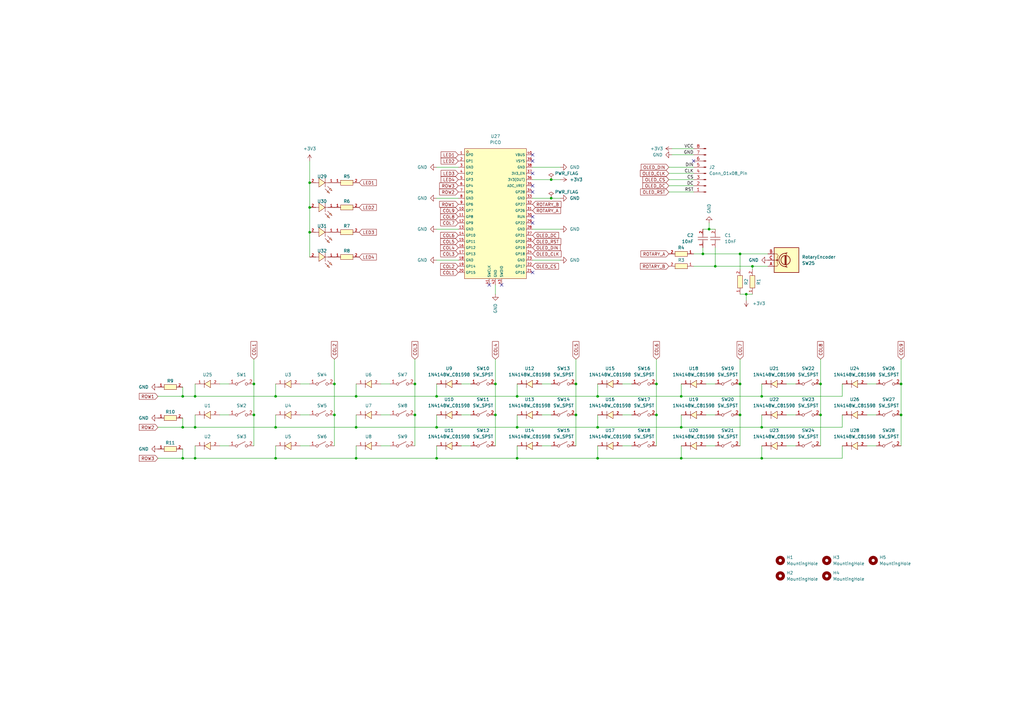
<source format=kicad_sch>
(kicad_sch (version 20230121) (generator eeschema)
  (paper "A3")
  (lib_symbols
    (symbol "Connector:Conn_01x08_Pin" (pin_names (offset 1.016) hide)
      (property "Reference" "J" (at 0 10.16 0))
      (property "Value" "Conn_01x08_Pin" (at 0 -12.7 0))
      (symbol "Conn_01x08_Pin_1_1"
        (pin passive line (at 5.08 7.62 180) (length 3.81) (name "Pin_1") (number "1"))
        (pin passive line (at 5.08 5.08 180) (length 3.81) (name "Pin_2") (number "2"))
        (pin passive line (at 5.08 2.54 180) (length 3.81) (name "Pin_3") (number "3"))
        (pin passive line (at 5.08 0 180) (length 3.81) (name "Pin_4") (number "4"))
        (pin passive line (at 5.08 -2.54 180) (length 3.81) (name "Pin_5") (number "5"))
        (pin passive line (at 5.08 -5.08 180) (length 3.81) (name "Pin_6") (number "6"))
        (pin passive line (at 5.08 -7.62 180) (length 3.81) (name "Pin_7") (number "7"))
        (pin passive line (at 5.08 -10.16 180) (length 3.81) (name "Pin_8") (number "8"))
      )
    )
    (symbol "Device:RotaryEncoder" (pin_names (offset 0.254) hide)
      (property "Reference" "SW" (at 0 6.604 0))
      (property "Value" "RotaryEncoder" (at 0 -6.604 0))
      (symbol "RotaryEncoder_1_1"
        (pin passive line (at -7.62 2.54 0) (length 2.54) (name "A") (number "A"))
        (pin passive line (at -7.62 -2.54 0) (length 2.54) (name "B") (number "B"))
        (pin passive line (at -7.62 0 0) (length 2.54) (name "C") (number "C"))
      )
    )
    (symbol "Mechanical:MountingHole" (pin_names (offset 1.016))
      (property "Reference" "H" (at 0 5.08 0))
      (property "Value" "MountingHole" (at 0 3.175 0))
    )
    (symbol "Switch:SW_SPST" (pin_names (offset 0) hide)
      (property "Reference" "SW" (at 0 3.175 0))
      (property "Value" "SW_SPST" (at 0 -2.54 0))
      (symbol "SW_SPST_1_1"
        (pin passive line (at -5.08 0 0) (length 2.54) (name "A") (number "1"))
        (pin passive line (at 5.08 0 180) (length 2.54) (name "B") (number "2"))
      )
    )
    (symbol "power:+3V3" (power) (pin_names (offset 0))
      (property "Value" "+3V3" (at 0 3.556 0))
      (symbol "+3V3_1_1"
        (pin power_in line (at 0 0 90) (length 0) hide (name "+3V3") (number "1"))
      )
    )
    (symbol "power:GND" (power) (pin_names (offset 0))
      (property "Value" "GND" (at 0 -3.81 0))
      (symbol "GND_1_1"
        (pin power_in line (at 0 0 270) (length 0) hide (name "GND") (number "1"))
      )
    )
    (symbol "power:PWR_FLAG" (power) (pin_numbers hide) (pin_names (offset 0) hide)
      (property "Value" "PWR_FLAG" (at 0 3.81 0))
      (symbol "PWR_FLAG_0_0"
        (pin power_out line (at 0 0 90) (length 0) (name "pwr") (number "1"))
      )
    )
    (symbol "vm-1:0402WGF1000TCE" (pin_names hide)
      (property "Reference" "R" (at 0 1.27 0))
      (property "Value" "0402WGF1000TCE" (at 0 -2.54 0))
      (symbol "0402WGF1000TCE_0_1"
        (pin input line (at -5.08 0 0) (length 2.54) (name "1") (number "1"))
        (pin input line (at 5.08 0 180) (length 2.54) (name "2") (number "2"))
      )
    )
    (symbol "vm-1:0402WGF1002TCE" (pin_names hide)
      (property "Reference" "R" (at 0 1.27 0))
      (property "Value" "0402WGF1002TCE" (at 0 -2.54 0))
      (symbol "0402WGF1002TCE_1_1"
        (pin passive line (at -5.08 0 0) (length 2.54) (name "1") (number "1"))
        (pin passive line (at 5.08 0 180) (length 2.54) (name "2") (number "2"))
      )
    )
    (symbol "vm-1:1N4148W_C81598" (pin_names hide)
      (property "Reference" "U" (at 0 1.27 0))
      (property "Value" "1N4148W_C81598" (at 0 -2.54 0))
      (symbol "1N4148W_C81598_1_1"
        (pin passive line (at -5.08 0 0) (length 3.81) (name "K") (number "1"))
        (pin passive line (at 5.08 0 180) (length 3.81) (name "A") (number "2"))
      )
    )
    (symbol "vm-1:95-21SURC_S530-A3_TR10" (pin_names hide)
      (property "Reference" "U" (at 0 1.27 0))
      (property "Value" "95-21SURC_S530-A3_TR10" (at 0 -2.54 0))
      (symbol "95-21SURC_S530-A3_TR10_0_1"
        (pin unspecified line (at -5.08 0 0) (length 2.54) (name "K") (number "1"))
        (pin unspecified line (at 5.08 0 180) (length 2.54) (name "A") (number "2"))
      )
    )
    (symbol "vm-1:CL05B103KB5NNNC" (pin_names hide)
      (property "Reference" "C" (at 0 1.27 0))
      (property "Value" "CL05B103KB5NNNC" (at 0 -2.54 0))
      (symbol "CL05B103KB5NNNC_0_1"
        (pin input line (at -3.81 0 0) (length 2.54) (name "1") (number "1"))
        (pin input line (at 3.81 0 180) (length 2.54) (name "2") (number "2"))
      )
    )
    (symbol "vm-1:PICO"
      (property "Reference" "U" (at 0 1.27 0))
      (property "Value" "PICO" (at 0 -2.54 0))
      (symbol "PICO_0_1"
        (pin unspecified line (at -15.24 25.4 0) (length 2.54) (name "GP0") (number "1"))
        (pin unspecified line (at -15.24 2.54 0) (length 2.54) (name "GP7") (number "10"))
        (pin unspecified line (at -15.24 0 0) (length 2.54) (name "GP8") (number "11"))
        (pin unspecified line (at -15.24 -2.54 0) (length 2.54) (name "GP9") (number "12"))
        (pin unspecified line (at -15.24 -5.08 0) (length 2.54) (name "GND") (number "13"))
        (pin unspecified line (at -15.24 -7.62 0) (length 2.54) (name "GP10") (number "14"))
        (pin unspecified line (at -15.24 -10.16 0) (length 2.54) (name "GP11") (number "15"))
        (pin unspecified line (at -15.24 -12.7 0) (length 2.54) (name "GP12") (number "16"))
        (pin unspecified line (at -15.24 -15.24 0) (length 2.54) (name "GP13") (number "17"))
        (pin unspecified line (at -15.24 -17.78 0) (length 2.54) (name "GND") (number "18"))
        (pin unspecified line (at -15.24 -20.32 0) (length 2.54) (name "GP14") (number "19"))
        (pin unspecified line (at -15.24 22.86 0) (length 2.54) (name "GP1") (number "2"))
        (pin unspecified line (at -15.24 -22.86 0) (length 2.54) (name "GP15") (number "20"))
        (pin unspecified line (at 15.24 -22.86 180) (length 2.54) (name "GP16") (number "21"))
        (pin unspecified line (at 15.24 -20.32 180) (length 2.54) (name "GP17") (number "22"))
        (pin unspecified line (at 15.24 -17.78 180) (length 2.54) (name "GND") (number "23"))
        (pin unspecified line (at 15.24 -15.24 180) (length 2.54) (name "GP18") (number "24"))
        (pin unspecified line (at 15.24 -12.7 180) (length 2.54) (name "GP19") (number "25"))
        (pin unspecified line (at 15.24 -10.16 180) (length 2.54) (name "GP20") (number "26"))
        (pin unspecified line (at 15.24 -7.62 180) (length 2.54) (name "GP21") (number "27"))
        (pin unspecified line (at 15.24 -5.08 180) (length 2.54) (name "GND") (number "28"))
        (pin unspecified line (at 15.24 -2.54 180) (length 2.54) (name "GP22") (number "29"))
        (pin unspecified line (at -15.24 20.32 0) (length 2.54) (name "GND") (number "3"))
        (pin unspecified line (at 15.24 0 180) (length 2.54) (name "RUN") (number "30"))
        (pin unspecified line (at 15.24 2.54 180) (length 2.54) (name "GP26") (number "31"))
        (pin unspecified line (at 15.24 5.08 180) (length 2.54) (name "GP27") (number "32"))
        (pin unspecified line (at 15.24 7.62 180) (length 2.54) (name "GND") (number "33"))
        (pin unspecified line (at 15.24 10.16 180) (length 2.54) (name "GP28") (number "34"))
        (pin unspecified line (at 15.24 12.7 180) (length 2.54) (name "ADC_VREF") (number "35"))
        (pin unspecified line (at 15.24 15.24 180) (length 2.54) (name "3V3(OUT)") (number "36"))
        (pin unspecified line (at 15.24 17.78 180) (length 2.54) (name "3V3_EN") (number "37"))
        (pin unspecified line (at 15.24 20.32 180) (length 2.54) (name "GND") (number "38"))
        (pin unspecified line (at 15.24 22.86 180) (length 2.54) (name "VSYS") (number "39"))
        (pin unspecified line (at -15.24 17.78 0) (length 2.54) (name "GP2") (number "4"))
        (pin unspecified line (at -2.54 -27.94 90) (length 2.54) (name "SWCLK") (number "41"))
        (pin unspecified line (at 0 -27.94 90) (length 2.54) (name "GND") (number "42"))
        (pin unspecified line (at 2.54 -27.94 90) (length 2.54) (name "SWDIO") (number "43"))
        (pin unspecified line (at -15.24 15.24 0) (length 2.54) (name "GP3") (number "5"))
        (pin unspecified line (at -15.24 12.7 0) (length 2.54) (name "GP4") (number "6"))
        (pin unspecified line (at -15.24 10.16 0) (length 2.54) (name "GP5") (number "7"))
        (pin unspecified line (at -15.24 7.62 0) (length 2.54) (name "GND") (number "8"))
        (pin unspecified line (at -15.24 5.08 0) (length 2.54) (name "GP6") (number "9"))
      )
      (symbol "PICO_1_1"
        (pin unspecified line (at 15.24 25.4 180) (length 2.54) (name "VBUS") (number "40"))
      )
    )
  )
  (junction (at 212.09 175.26))
  (junction (at 369.57 170.18))
  (junction (at 137.16 157.48))
  (junction (at 113.03 162.56))
  (junction (at 146.05 175.26))
  (junction (at 127 74.93))
  (junction (at 312.42 175.26))
  (junction (at 203.2 170.18))
  (junction (at 303.53 157.48))
  (junction (at 303.53 104.14))
  (junction (at 245.11 162.56))
  (junction (at 74.93 187.96))
  (junction (at 80.01 162.56))
  (junction (at 179.07 187.96))
  (junction (at 127 85.09))
  (junction (at 179.07 175.26))
  (junction (at 306.07 120.65))
  (junction (at 312.42 162.56))
  (junction (at 269.24 170.18))
  (junction (at 212.09 162.56))
  (junction (at 269.24 157.48))
  (junction (at 212.09 187.96))
  (junction (at 127 95.25))
  (junction (at 293.37 109.22))
  (junction (at 146.05 187.96))
  (junction (at 104.14 157.48))
  (junction (at 80.01 187.96))
  (junction (at 303.53 170.18))
  (junction (at 170.18 157.48))
  (junction (at 308.61 109.22))
  (junction (at 312.42 187.96))
  (junction (at 369.57 157.48))
  (junction (at 226.06 81.28))
  (junction (at 336.55 170.18))
  (junction (at 290.83 93.98))
  (junction (at 226.06 73.66))
  (junction (at 236.22 170.18))
  (junction (at 236.22 157.48))
  (junction (at 288.29 104.14))
  (junction (at 80.01 175.26))
  (junction (at 113.03 175.26))
  (junction (at 245.11 175.26))
  (junction (at 113.03 187.96))
  (junction (at 203.2 157.48))
  (junction (at 74.93 175.26))
  (junction (at 279.4 187.96))
  (junction (at 170.18 170.18))
  (junction (at 137.16 170.18))
  (junction (at 279.4 175.26))
  (junction (at 279.4 162.56))
  (junction (at 336.55 157.48))
  (junction (at 179.07 162.56))
  (junction (at 146.05 162.56))
  (junction (at 104.14 170.18))
  (junction (at 245.11 187.96))
  (junction (at 74.93 162.56))
  (no_connect (at 218.44 66.04))
  (no_connect (at 284.48 66.04))
  (no_connect (at 200.66 116.84))
  (no_connect (at 218.44 76.2))
  (no_connect (at 218.44 71.12))
  (no_connect (at 218.44 111.76))
  (no_connect (at 205.74 116.84))
  (no_connect (at 218.44 88.9))
  (no_connect (at 218.44 78.74))
  (no_connect (at 218.44 91.44))
  (no_connect (at 218.44 63.5))
  (wire (pts (xy 146.05 157.48) (xy 146.05 162.56)))
  (wire (pts (xy 312.42 175.26) (xy 345.44 175.26)))
  (wire (pts (xy 226.06 73.66) (xy 229.87 73.66)))
  (wire (pts (xy 90.17 170.18) (xy 93.98 170.18)))
  (wire (pts (xy 113.03 162.56) (xy 146.05 162.56)))
  (wire (pts (xy 146.05 187.96) (xy 179.07 187.96)))
  (wire (pts (xy 275.59 60.96) (xy 284.48 60.96)))
  (wire (pts (xy 80.01 162.56) (xy 113.03 162.56)))
  (wire (pts (xy 80.01 182.88) (xy 80.01 187.96)))
  (wire (pts (xy 245.11 162.56) (xy 279.4 162.56)))
  (wire (pts (xy 179.07 106.68) (xy 187.96 106.68)))
  (wire (pts (xy 279.4 187.96) (xy 312.42 187.96)))
  (wire (pts (xy 369.57 157.48) (xy 369.57 170.18)))
  (wire (pts (xy 255.27 182.88) (xy 259.08 182.88)))
  (wire (pts (xy 274.32 71.12) (xy 284.48 71.12)))
  (wire (pts (xy 308.61 110.49) (xy 308.61 109.22)))
  (wire (pts (xy 146.05 182.88) (xy 146.05 187.96)))
  (wire (pts (xy 80.01 187.96) (xy 113.03 187.96)))
  (wire (pts (xy 203.2 170.18) (xy 203.2 182.88)))
  (wire (pts (xy 284.48 109.22) (xy 293.37 109.22)))
  (wire (pts (xy 336.55 170.18) (xy 336.55 182.88)))
  (wire (pts (xy 74.93 184.15) (xy 74.93 187.96)))
  (wire (pts (xy 355.6 182.88) (xy 359.41 182.88)))
  (wire (pts (xy 322.58 157.48) (xy 326.39 157.48)))
  (wire (pts (xy 290.83 91.44) (xy 290.83 93.98)))
  (wire (pts (xy 345.44 170.18) (xy 345.44 175.26)))
  (wire (pts (xy 289.56 170.18) (xy 293.37 170.18)))
  (wire (pts (xy 288.29 104.14) (xy 303.53 104.14)))
  (wire (pts (xy 236.22 147.32) (xy 236.22 157.48)))
  (wire (pts (xy 279.4 162.56) (xy 312.42 162.56)))
  (wire (pts (xy 245.11 157.48) (xy 245.11 162.56)))
  (wire (pts (xy 127 95.25) (xy 127 105.41)))
  (wire (pts (xy 179.07 68.58) (xy 187.96 68.58)))
  (wire (pts (xy 303.53 104.14) (xy 314.96 104.14)))
  (wire (pts (xy 236.22 170.18) (xy 236.22 182.88)))
  (wire (pts (xy 179.07 170.18) (xy 179.07 175.26)))
  (wire (pts (xy 322.58 182.88) (xy 326.39 182.88)))
  (wire (pts (xy 80.01 170.18) (xy 80.01 175.26)))
  (wire (pts (xy 269.24 170.18) (xy 269.24 182.88)))
  (wire (pts (xy 74.93 171.45) (xy 74.93 175.26)))
  (wire (pts (xy 303.53 120.65) (xy 306.07 120.65)))
  (wire (pts (xy 245.11 175.26) (xy 279.4 175.26)))
  (wire (pts (xy 218.44 93.98) (xy 229.87 93.98)))
  (wire (pts (xy 355.6 170.18) (xy 359.41 170.18)))
  (wire (pts (xy 279.4 182.88) (xy 279.4 187.96)))
  (wire (pts (xy 274.32 73.66) (xy 284.48 73.66)))
  (wire (pts (xy 156.21 157.48) (xy 160.02 157.48)))
  (wire (pts (xy 289.56 157.48) (xy 293.37 157.48)))
  (wire (pts (xy 203.2 157.48) (xy 203.2 170.18)))
  (wire (pts (xy 274.32 68.58) (xy 284.48 68.58)))
  (wire (pts (xy 179.07 182.88) (xy 179.07 187.96)))
  (wire (pts (xy 74.93 175.26) (xy 80.01 175.26)))
  (wire (pts (xy 189.23 182.88) (xy 193.04 182.88)))
  (wire (pts (xy 80.01 157.48) (xy 80.01 162.56)))
  (wire (pts (xy 146.05 170.18) (xy 146.05 175.26)))
  (wire (pts (xy 179.07 187.96) (xy 212.09 187.96)))
  (wire (pts (xy 222.25 157.48) (xy 226.06 157.48)))
  (wire (pts (xy 314.96 109.22) (xy 308.61 109.22)))
  (wire (pts (xy 113.03 187.96) (xy 146.05 187.96)))
  (wire (pts (xy 113.03 182.88) (xy 113.03 187.96)))
  (wire (pts (xy 255.27 170.18) (xy 259.08 170.18)))
  (wire (pts (xy 306.07 120.65) (xy 308.61 120.65)))
  (wire (pts (xy 290.83 93.98) (xy 293.37 93.98)))
  (wire (pts (xy 288.29 101.6) (xy 288.29 104.14)))
  (wire (pts (xy 212.09 182.88) (xy 212.09 187.96)))
  (wire (pts (xy 74.93 158.75) (xy 74.93 162.56)))
  (wire (pts (xy 189.23 170.18) (xy 193.04 170.18)))
  (wire (pts (xy 303.53 157.48) (xy 303.53 170.18)))
  (wire (pts (xy 336.55 157.48) (xy 336.55 170.18)))
  (wire (pts (xy 127 74.93) (xy 127 85.09)))
  (wire (pts (xy 288.29 93.98) (xy 290.83 93.98)))
  (wire (pts (xy 212.09 157.48) (xy 212.09 162.56)))
  (wire (pts (xy 156.21 170.18) (xy 160.02 170.18)))
  (wire (pts (xy 322.58 170.18) (xy 326.39 170.18)))
  (wire (pts (xy 104.14 170.18) (xy 104.14 182.88)))
  (wire (pts (xy 293.37 109.22) (xy 308.61 109.22)))
  (wire (pts (xy 218.44 106.68) (xy 229.87 106.68)))
  (wire (pts (xy 137.16 157.48) (xy 137.16 170.18)))
  (wire (pts (xy 137.16 170.18) (xy 137.16 182.88)))
  (wire (pts (xy 218.44 81.28) (xy 226.06 81.28)))
  (wire (pts (xy 245.11 170.18) (xy 245.11 175.26)))
  (wire (pts (xy 156.21 182.88) (xy 160.02 182.88)))
  (wire (pts (xy 189.23 157.48) (xy 193.04 157.48)))
  (wire (pts (xy 312.42 187.96) (xy 345.44 187.96)))
  (wire (pts (xy 212.09 162.56) (xy 245.11 162.56)))
  (wire (pts (xy 179.07 157.48) (xy 179.07 162.56)))
  (wire (pts (xy 113.03 170.18) (xy 113.03 175.26)))
  (wire (pts (xy 179.07 93.98) (xy 187.96 93.98)))
  (wire (pts (xy 269.24 147.32) (xy 269.24 157.48)))
  (wire (pts (xy 127 85.09) (xy 127 95.25)))
  (wire (pts (xy 170.18 157.48) (xy 170.18 170.18)))
  (wire (pts (xy 218.44 73.66) (xy 226.06 73.66)))
  (wire (pts (xy 312.42 170.18) (xy 312.42 175.26)))
  (wire (pts (xy 345.44 182.88) (xy 345.44 187.96)))
  (wire (pts (xy 269.24 157.48) (xy 269.24 170.18)))
  (wire (pts (xy 303.53 170.18) (xy 303.53 182.88)))
  (wire (pts (xy 64.77 187.96) (xy 74.93 187.96)))
  (wire (pts (xy 64.77 162.56) (xy 74.93 162.56)))
  (wire (pts (xy 127 66.04) (xy 127 74.93)))
  (wire (pts (xy 355.6 157.48) (xy 359.41 157.48)))
  (wire (pts (xy 293.37 101.6) (xy 293.37 109.22)))
  (wire (pts (xy 104.14 147.32) (xy 104.14 157.48)))
  (wire (pts (xy 212.09 187.96) (xy 245.11 187.96)))
  (wire (pts (xy 179.07 175.26) (xy 212.09 175.26)))
  (wire (pts (xy 179.07 81.28) (xy 187.96 81.28)))
  (wire (pts (xy 123.19 157.48) (xy 127 157.48)))
  (wire (pts (xy 137.16 147.32) (xy 137.16 157.48)))
  (wire (pts (xy 369.57 147.32) (xy 369.57 157.48)))
  (wire (pts (xy 336.55 147.32) (xy 336.55 157.48)))
  (wire (pts (xy 90.17 182.88) (xy 93.98 182.88)))
  (wire (pts (xy 203.2 147.32) (xy 203.2 157.48)))
  (wire (pts (xy 279.4 157.48) (xy 279.4 162.56)))
  (wire (pts (xy 303.53 104.14) (xy 303.53 110.49)))
  (wire (pts (xy 279.4 175.26) (xy 312.42 175.26)))
  (wire (pts (xy 205.74 116.84) (xy 205.74 116.8401)))
  (wire (pts (xy 303.53 147.32) (xy 303.53 157.48)))
  (wire (pts (xy 274.32 78.74) (xy 284.48 78.74)))
  (wire (pts (xy 245.11 182.88) (xy 245.11 187.96)))
  (wire (pts (xy 226.06 81.28) (xy 229.87 81.28)))
  (wire (pts (xy 275.59 63.5) (xy 284.48 63.5)))
  (wire (pts (xy 345.44 157.48) (xy 345.44 162.56)))
  (wire (pts (xy 74.93 162.56) (xy 80.01 162.56)))
  (wire (pts (xy 80.01 175.26) (xy 113.03 175.26)))
  (wire (pts (xy 218.44 68.58) (xy 229.87 68.58)))
  (wire (pts (xy 312.42 157.48) (xy 312.42 162.56)))
  (wire (pts (xy 245.11 187.96) (xy 279.4 187.96)))
  (wire (pts (xy 74.93 187.96) (xy 80.01 187.96)))
  (wire (pts (xy 170.18 147.32) (xy 170.18 157.48)))
  (wire (pts (xy 64.77 175.26) (xy 74.93 175.26)))
  (wire (pts (xy 104.14 157.48) (xy 104.14 170.18)))
  (wire (pts (xy 212.09 170.18) (xy 212.09 175.26)))
  (wire (pts (xy 113.03 175.26) (xy 146.05 175.26)))
  (wire (pts (xy 113.03 157.48) (xy 113.03 162.56)))
  (wire (pts (xy 146.05 175.26) (xy 179.07 175.26)))
  (wire (pts (xy 306.07 120.65) (xy 306.07 123.19)))
  (wire (pts (xy 279.4 170.18) (xy 279.4 175.26)))
  (wire (pts (xy 312.42 162.56) (xy 345.44 162.56)))
  (wire (pts (xy 289.56 182.88) (xy 293.37 182.88)))
  (wire (pts (xy 312.42 182.88) (xy 312.42 187.96)))
  (wire (pts (xy 222.25 182.88) (xy 226.06 182.88)))
  (wire (pts (xy 212.09 175.26) (xy 245.11 175.26)))
  (wire (pts (xy 284.48 104.14) (xy 288.29 104.14)))
  (wire (pts (xy 222.25 170.18) (xy 226.06 170.18)))
  (wire (pts (xy 274.32 76.2) (xy 284.48 76.2)))
  (wire (pts (xy 123.19 182.88) (xy 127 182.88)))
  (wire (pts (xy 236.22 157.48) (xy 236.22 170.18)))
  (wire (pts (xy 123.19 170.18) (xy 127 170.18)))
  (wire (pts (xy 369.57 170.18) (xy 369.57 182.88)))
  (wire (pts (xy 179.07 162.56) (xy 212.09 162.56)))
  (wire (pts (xy 170.18 170.18) (xy 170.18 182.88)))
  (wire (pts (xy 90.17 157.48) (xy 93.98 157.48)))
  (wire (pts (xy 255.27 157.48) (xy 259.08 157.48)))
  (wire (pts (xy 203.2 116.84) (xy 203.2 120.65)))
  (wire (pts (xy 146.05 162.56) (xy 179.07 162.56)))
  (label "CS" (at 284.48 73.66 180))
  (label "DC" (at 284.48 76.2 180))
  (label "CLK" (at 284.48 71.12 180))
  (label "VCC" (at 284.48 60.96 180))
  (label "GND" (at 284.48 63.5 180))
  (label "RST" (at 284.48 78.74 180))
  (label "DIN" (at 284.48 68.58 180))
  (global_label "COL8" (shape input) (at 336.55 147.32 90) (property "Intersheetrefs" "${INTERSHEET_REFS}" (effects hide)))
  (global_label "COL9" (shape input) (at 187.96 86.36 180) (property "Intersheetrefs" "${INTERSHEET_REFS}" (effects hide)))
  (global_label "COL7" (shape input) (at 187.96 91.44 180) (property "Intersheetrefs" "${INTERSHEET_REFS}" (effects hide)))
  (global_label "COL5" (shape input) (at 236.22 147.32 90) (property "Intersheetrefs" "${INTERSHEET_REFS}" (effects hide)))
  (global_label "ROW2" (shape input) (at 64.77 175.26 180) (property "Intersheetrefs" "${INTERSHEET_REFS}" (effects hide)))
  (global_label "COL1" (shape input) (at 187.96 111.76 180) (property "Intersheetrefs" "${INTERSHEET_REFS}" (effects hide)))
  (global_label "ROW1" (shape input) (at 64.77 162.56 180) (property "Intersheetrefs" "${INTERSHEET_REFS}" (effects hide)))
  (global_label "COL3" (shape input) (at 187.96 104.14 180) (property "Intersheetrefs" "${INTERSHEET_REFS}" (effects hide)))
  (global_label "LED2" (shape input) (at 187.96 66.04 180) (property "Intersheetrefs" "${INTERSHEET_REFS}" (effects hide)))
  (global_label "OLED_DC" (shape input) (at 218.44 96.52 0) (property "Intersheetrefs" "${INTERSHEET_REFS}" (effects hide)))
  (global_label "LED4" (shape input) (at 147.32 105.41 0) (property "Intersheetrefs" "${INTERSHEET_REFS}" (effects hide)))
  (global_label "COL1" (shape input) (at 104.14 147.32 90) (property "Intersheetrefs" "${INTERSHEET_REFS}" (effects hide)))
  (global_label "ROW2" (shape input) (at 187.96 78.74 180) (property "Intersheetrefs" "${INTERSHEET_REFS}" (effects hide)))
  (global_label "COL4" (shape input) (at 203.2 147.32 90) (property "Intersheetrefs" "${INTERSHEET_REFS}" (effects hide)))
  (global_label "ROW3" (shape input) (at 187.96 76.2 180) (property "Intersheetrefs" "${INTERSHEET_REFS}" (effects hide)))
  (global_label "LED3" (shape input) (at 147.32 95.25 0) (property "Intersheetrefs" "${INTERSHEET_REFS}" (effects hide)))
  (global_label "OLED_CS" (shape input) (at 274.32 73.66 180) (property "Intersheetrefs" "${INTERSHEET_REFS}" (effects hide)))
  (global_label "COL9" (shape input) (at 369.57 147.32 90) (property "Intersheetrefs" "${INTERSHEET_REFS}" (effects hide)))
  (global_label "ROW3" (shape input) (at 64.77 187.96 180) (property "Intersheetrefs" "${INTERSHEET_REFS}" (effects hide)))
  (global_label "LED1" (shape input) (at 147.32 74.93 0) (property "Intersheetrefs" "${INTERSHEET_REFS}" (effects hide)))
  (global_label "COL3" (shape input) (at 170.18 147.32 90) (property "Intersheetrefs" "${INTERSHEET_REFS}" (effects hide)))
  (global_label "LED3" (shape input) (at 187.96 71.12 180) (property "Intersheetrefs" "${INTERSHEET_REFS}" (effects hide)))
  (global_label "LED2" (shape input) (at 147.32 85.09 0) (property "Intersheetrefs" "${INTERSHEET_REFS}" (effects hide)))
  (global_label "COL4" (shape input) (at 187.96 101.6 180) (property "Intersheetrefs" "${INTERSHEET_REFS}" (effects hide)))
  (global_label "COL8" (shape input) (at 187.96 88.9 180) (property "Intersheetrefs" "${INTERSHEET_REFS}" (effects hide)))
  (global_label "OLED_RST" (shape input) (at 274.32 78.74 180) (property "Intersheetrefs" "${INTERSHEET_REFS}" (effects hide)))
  (global_label "ROTARY_A" (shape input) (at 218.44 86.36 0) (property "Intersheetrefs" "${INTERSHEET_REFS}" (effects hide)))
  (global_label "ROTARY_B" (shape input) (at 274.32 109.22 180) (property "Intersheetrefs" "${INTERSHEET_REFS}" (effects hide)))
  (global_label "OLED_CLK" (shape input) (at 218.44 104.14 0) (property "Intersheetrefs" "${INTERSHEET_REFS}" (effects hide)))
  (global_label "COL7" (shape input) (at 303.53 147.32 90) (property "Intersheetrefs" "${INTERSHEET_REFS}" (effects hide)))
  (global_label "OLED_DIN" (shape input) (at 274.32 68.58 180) (property "Intersheetrefs" "${INTERSHEET_REFS}" (effects hide)))
  (global_label "OLED_CS" (shape input) (at 218.44 109.22 0) (property "Intersheetrefs" "${INTERSHEET_REFS}" (effects hide)))
  (global_label "OLED_DC" (shape input) (at 274.32 76.2 180) (property "Intersheetrefs" "${INTERSHEET_REFS}" (effects hide)))
  (global_label "ROW1" (shape input) (at 187.96 83.82 180) (property "Intersheetrefs" "${INTERSHEET_REFS}" (effects hide)))
  (global_label "OLED_RST" (shape input) (at 218.44 99.06 0) (property "Intersheetrefs" "${INTERSHEET_REFS}" (effects hide)))
  (global_label "COL5" (shape input) (at 187.96 99.06 180) (property "Intersheetrefs" "${INTERSHEET_REFS}" (effects hide)))
  (global_label "ROTARY_B" (shape input) (at 218.44 83.82 0) (property "Intersheetrefs" "${INTERSHEET_REFS}" (effects hide)))
  (global_label "LED4" (shape input) (at 187.96 73.66 180) (property "Intersheetrefs" "${INTERSHEET_REFS}" (effects hide)))
  (global_label "COL6" (shape input) (at 187.96 96.52 180) (property "Intersheetrefs" "${INTERSHEET_REFS}" (effects hide)))
  (global_label "OLED_CLK" (shape input) (at 274.32 71.12 180) (property "Intersheetrefs" "${INTERSHEET_REFS}" (effects hide)))
  (global_label "LED1" (shape input) (at 187.96 63.5 180) (property "Intersheetrefs" "${INTERSHEET_REFS}" (effects hide)))
  (global_label "OLED_DIN" (shape input) (at 218.44 101.6 0) (property "Intersheetrefs" "${INTERSHEET_REFS}" (effects hide)))
  (global_label "ROTARY_A" (shape input) (at 274.32 104.14 180) (property "Intersheetrefs" "${INTERSHEET_REFS}" (effects hide)))
  (global_label "COL2" (shape input) (at 137.16 147.32 90) (property "Intersheetrefs" "${INTERSHEET_REFS}" (effects hide)))
  (global_label "COL2" (shape input) (at 187.96 109.22 180) (property "Intersheetrefs" "${INTERSHEET_REFS}" (effects hide)))
  (global_label "COL6" (shape input) (at 269.24 147.32 90) (property "Intersheetrefs" "${INTERSHEET_REFS}" (effects hide)))
  (symbol (lib_id "vm-1:0402WGF1002TCE") (at 69.85 184.15 0) (unit 1)
    (property "Reference" "R11" (at 69.85 181.61 0))
    (property "Value" "0402WGF1002TCE" (effects hide))
    (property "Footprint" "vm-1:R0402" (effects hide))
    (property "Datasheet" "https://item.szlcsc.com/323315.html" (effects hide))
    (property "LCSC" "C25744" (effects hide))
  )
  (symbol (lib_id "Switch:SW_SPST") (at 132.08 182.88 0) (unit 1)
    (property "Reference" "SW6" (at 132.08 179.07 0))
    (property "Value" "SW_SPST" (effects hide))
    (property "Footprint" "PCM_Switch_Keyboard_Cherry_MX:SW_Cherry_MX_PCB_1.00u" (effects hide))
  )
  (symbol (lib_id "vm-1:1N4148W_C81598") (at 184.15 182.88 0) (unit 1)
    (property "Reference" "U11" (at 184.15 176.53 0))
    (property "Value" "1N4148W_C81598" (at 184.15 179.07 0))
    (property "Footprint" "vm-1:SOD-123F_L2.7-W1.6-LS3.8-RD" (effects hide))
    (property "Datasheet" "http://www.jinghenggroup.com/DATABOOK2010/10ZENER/MM1Z2V0THRUMM1Z120SOD123.pdf" (effects hide))
    (property "LCSC" "C81598" (effects hide))
  )
  (symbol (lib_id "vm-1:95-21SURC_S530-A3_TR10") (at 132.08 105.41 180) (unit 1)
    (property "Reference" "U32" (at 132.08 102.87 0))
    (property "Value" "95-21SURC_S530-A3_TR10" (effects hide))
    (property "Footprint" "vm-1:LED-SMD_L2.1-W2.0-RD" (effects hide))
    (property "Datasheet" "https://atta.szlcsc.com/upload/public/pdf/source/20220104/A3233C2FBE54BF522B2E8F2FA381DC44.pdf" (effects hide))
    (property "LCSC" "C2936535" (effects hide))
  )
  (symbol (lib_id "power:GND") (at 179.07 106.68 270) (mirror x) (unit 1)
    (property "Reference" "#PWR011" (effects hide))
    (property "Value" "GND" (at 175.26 106.68 90) (effects (justify right)))
  )
  (symbol (lib_id "Switch:SW_SPST") (at 264.16 157.48 0) (unit 1)
    (property "Reference" "SW16" (at 264.16 151.13 0))
    (property "Value" "SW_SPST" (at 264.16 153.67 0))
    (property "Footprint" "PCM_Switch_Keyboard_Cherry_MX:SW_Cherry_MX_PCB_1.00u" (effects hide))
  )
  (symbol (lib_id "vm-1:CL05B103KB5NNNC") (at 288.29 97.79 270) (mirror x) (unit 1)
    (property "Reference" "C2" (at 284.48 96.52 90) (effects (justify right)))
    (property "Value" "10nF" (at 284.48 99.06 90) (effects (justify right)))
    (property "Footprint" "vm-1:C0402" (effects hide))
    (property "Datasheet" "https://item.szlcsc.com/15869.html" (effects hide))
    (property "LCSC" "C15195" (effects hide))
  )
  (symbol (lib_id "Switch:SW_SPST") (at 298.45 182.88 0) (unit 1)
    (property "Reference" "SW21" (at 298.45 176.53 0))
    (property "Value" "SW_SPST" (at 298.45 179.07 0))
    (property "Footprint" "PCM_Switch_Keyboard_Cherry_MX:SW_Cherry_MX_PCB_1.00u" (effects hide))
  )
  (symbol (lib_id "Switch:SW_SPST") (at 364.49 182.88 0) (unit 1)
    (property "Reference" "SW28" (at 364.49 176.53 0))
    (property "Value" "SW_SPST" (at 364.49 179.07 0))
    (property "Footprint" "PCM_Switch_Keyboard_Cherry_MX:SW_Cherry_MX_PCB_1.00u" (effects hide))
  )
  (symbol (lib_id "Switch:SW_SPST") (at 198.12 157.48 0) (unit 1)
    (property "Reference" "SW10" (at 198.12 151.13 0))
    (property "Value" "SW_SPST" (at 198.12 153.67 0))
    (property "Footprint" "PCM_Switch_Keyboard_Cherry_MX:SW_Cherry_MX_PCB_1.00u" (effects hide))
  )
  (symbol (lib_id "power:GND") (at 203.2 120.65 0) (mirror y) (unit 1)
    (property "Reference" "#PWR016" (effects hide))
    (property "Value" "GND" (at 203.2 124.46 90) (effects (justify right)))
  )
  (symbol (lib_id "vm-1:1N4148W_C81598") (at 118.11 182.88 0) (unit 1)
    (property "Reference" "U5" (at 118.11 179.07 0))
    (property "Value" "1N4148W_C81598" (effects hide))
    (property "Footprint" "vm-1:SOD-123F_L2.7-W1.6-LS3.8-RD" (effects hide))
    (property "Datasheet" "http://www.jinghenggroup.com/DATABOOK2010/10ZENER/MM1Z2V0THRUMM1Z120SOD123.pdf" (effects hide))
    (property "LCSC" "C81598" (effects hide))
  )
  (symbol (lib_id "vm-1:PICO") (at 203.2 88.9 0) (unit 1)
    (property "Reference" "U27" (at 203.2 55.88 0))
    (property "Value" "PICO" (at 203.2 58.42 0))
    (property "Footprint" "vm-1:COMM-SMD_L51.0-W21.0-P2.54_SC0916" (effects hide))
    (property "Datasheet" "https://datasheets.raspberrypi.com/pico/pico-datasheet.pdf" (effects hide))
    (property "LCSC" "C7203002" (effects hide))
  )
  (symbol (lib_id "Mechanical:MountingHole") (at 320.04 229.87 0) (unit 1)
    (property "Reference" "H1" (at 322.58 228.6 0) (effects (justify left)))
    (property "Value" "MountingHole" (at 322.58 231.14 0) (effects (justify left)))
    (property "Footprint" "MountingHole:MountingHole_3.2mm_M3" (effects hide))
  )
  (symbol (lib_id "power:+3V3") (at 306.07 123.19 180) (unit 1)
    (property "Reference" "#PWR02" (effects hide))
    (property "Value" "+3V3" (at 308.61 124.46 0) (effects (justify right)))
  )
  (symbol (lib_id "Connector:Conn_01x08_Pin") (at 289.56 71.12 180) (unit 1)
    (property "Reference" "J2" (at 290.83 68.58 0) (effects (justify right)))
    (property "Value" "Conn_01x08_Pin" (at 290.83 71.12 0) (effects (justify right)))
    (property "Footprint" "clockdiv:Waveshare OLED 1.5in" (effects hide))
  )
  (symbol (lib_id "power:GND") (at 179.07 68.58 270) (mirror x) (unit 1)
    (property "Reference" "#PWR08" (effects hide))
    (property "Value" "GND" (at 175.26 68.58 90) (effects (justify right)))
  )
  (symbol (lib_id "vm-1:1N4148W_C81598") (at 350.52 182.88 0) (unit 1)
    (property "Reference" "U28" (at 350.52 176.53 0))
    (property "Value" "1N4148W_C81598" (at 350.52 179.07 0))
    (property "Footprint" "vm-1:SOD-123F_L2.7-W1.6-LS3.8-RD" (effects hide))
    (property "Datasheet" "http://www.jinghenggroup.com/DATABOOK2010/10ZENER/MM1Z2V0THRUMM1Z120SOD123.pdf" (effects hide))
    (property "LCSC" "C81598" (effects hide))
  )
  (symbol (lib_id "vm-1:1N4148W_C81598") (at 151.13 157.48 0) (unit 1)
    (property "Reference" "U6" (at 151.13 153.67 0))
    (property "Value" "1N4148W_C81598" (effects hide))
    (property "Footprint" "vm-1:SOD-123F_L2.7-W1.6-LS3.8-RD" (effects hide))
    (property "Datasheet" "http://www.jinghenggroup.com/DATABOOK2010/10ZENER/MM1Z2V0THRUMM1Z120SOD123.pdf" (effects hide))
    (property "LCSC" "C81598" (effects hide))
  )
  (symbol (lib_id "power:GND") (at 179.07 81.28 270) (mirror x) (unit 1)
    (property "Reference" "#PWR010" (effects hide))
    (property "Value" "GND" (at 175.26 81.28 90) (effects (justify right)))
  )
  (symbol (lib_id "vm-1:1N4148W_C81598") (at 85.09 157.48 0) (unit 1)
    (property "Reference" "U25" (at 85.09 153.67 0))
    (property "Value" "1N4148W_C81598" (effects hide))
    (property "Footprint" "vm-1:SOD-123F_L2.7-W1.6-LS3.8-RD" (effects hide))
    (property "Datasheet" "http://www.jinghenggroup.com/DATABOOK2010/10ZENER/MM1Z2V0THRUMM1Z120SOD123.pdf" (effects hide))
    (property "LCSC" "C81598" (effects hide))
  )
  (symbol (lib_id "power:GND") (at 229.87 81.28 90) (unit 1)
    (property "Reference" "#PWR014" (effects hide))
    (property "Value" "GND" (at 233.68 81.28 90) (effects (justify right)))
  )
  (symbol (lib_id "Switch:SW_SPST") (at 298.45 157.48 0) (unit 1)
    (property "Reference" "SW19" (at 298.45 151.13 0))
    (property "Value" "SW_SPST" (at 298.45 153.67 0))
    (property "Footprint" "PCM_Switch_Keyboard_Cherry_MX:SW_Cherry_MX_PCB_1.00u" (effects hide))
  )
  (symbol (lib_id "vm-1:0402WGF1000TCE") (at 142.24 95.25 0) (unit 1)
    (property "Reference" "R7" (at 142.24 92.71 0))
    (property "Value" "0402WGF1000TCE" (effects hide))
    (property "Footprint" "vm-1:R0402" (effects hide))
    (property "Datasheet" "https://item.szlcsc.com/323315.html" (effects hide))
    (property "LCSC" "C25076" (effects hide))
  )
  (symbol (lib_id "power:GND") (at 290.83 91.44 180) (unit 1)
    (property "Reference" "#PWR06" (effects hide))
    (property "Value" "GND" (at 290.83 87.63 90) (effects (justify right)))
  )
  (symbol (lib_id "Mechanical:MountingHole") (at 358.14 229.87 0) (unit 1)
    (property "Reference" "H5" (at 360.68 228.6 0) (effects (justify left)))
    (property "Value" "MountingHole" (at 360.68 231.14 0) (effects (justify left)))
    (property "Footprint" "MountingHole:MountingHole_3.2mm_M3" (effects hide))
  )
  (symbol (lib_id "Switch:SW_SPST") (at 231.14 182.88 0) (unit 1)
    (property "Reference" "SW15" (at 231.14 176.53 0))
    (property "Value" "SW_SPST" (at 231.14 179.07 0))
    (property "Footprint" "PCM_Switch_Keyboard_Cherry_MX:SW_Cherry_MX_PCB_1.00u" (effects hide))
  )
  (symbol (lib_id "Switch:SW_SPST") (at 364.49 170.18 0) (unit 1)
    (property "Reference" "SW27" (at 364.49 163.83 0))
    (property "Value" "SW_SPST" (at 364.49 166.37 0))
    (property "Footprint" "PCM_Switch_Keyboard_Cherry_MX:SW_Cherry_MX_PCB_1.00u" (effects hide))
  )
  (symbol (lib_id "Mechanical:MountingHole") (at 339.09 236.22 0) (unit 1)
    (property "Reference" "H4" (at 341.63 234.95 0) (effects (justify left)))
    (property "Value" "MountingHole" (at 341.63 237.49 0) (effects (justify left)))
    (property "Footprint" "MountingHole:MountingHole_3.2mm_M3" (effects hide))
  )
  (symbol (lib_id "vm-1:0402WGF1002TCE") (at 279.4 104.14 0) (mirror y) (unit 1)
    (property "Reference" "R4" (at 279.4 101.6 0))
    (property "Value" "0402WGF1002TCE 10k" (effects hide))
    (property "Footprint" "vm-1:R0402" (effects hide))
    (property "Datasheet" "https://item.szlcsc.com/323315.html" (effects hide))
    (property "LCSC" "C25744" (effects hide))
  )
  (symbol (lib_id "Switch:SW_SPST") (at 99.06 170.18 0) (unit 1)
    (property "Reference" "SW2" (at 99.06 166.37 0))
    (property "Value" "SW_SPST" (effects hide))
    (property "Footprint" "PCM_Switch_Keyboard_Cherry_MX:SW_Cherry_MX_PCB_1.00u" (effects hide))
  )
  (symbol (lib_id "power:GND") (at 64.77 171.45 270) (unit 1)
    (property "Reference" "#PWR04" (effects hide))
    (property "Value" "GND" (at 60.96 171.45 90) (effects (justify right)))
  )
  (symbol (lib_id "vm-1:1N4148W_C81598") (at 317.5 182.88 0) (unit 1)
    (property "Reference" "U23" (at 317.5 176.53 0))
    (property "Value" "1N4148W_C81598" (at 317.5 179.07 0))
    (property "Footprint" "vm-1:SOD-123F_L2.7-W1.6-LS3.8-RD" (effects hide))
    (property "Datasheet" "http://www.jinghenggroup.com/DATABOOK2010/10ZENER/MM1Z2V0THRUMM1Z120SOD123.pdf" (effects hide))
    (property "LCSC" "C81598" (effects hide))
  )
  (symbol (lib_id "vm-1:0402WGF1002TCE") (at 69.85 158.75 0) (unit 1)
    (property "Reference" "R9" (at 69.85 156.21 0))
    (property "Value" "0402WGF1002TCE" (effects hide))
    (property "Footprint" "vm-1:R0402" (effects hide))
    (property "Datasheet" "https://item.szlcsc.com/323315.html" (effects hide))
    (property "LCSC" "C25744" (effects hide))
  )
  (symbol (lib_id "power:GND") (at 314.96 106.68 270) (unit 1)
    (property "Reference" "#PWR01" (effects hide))
    (property "Value" "GND" (at 311.15 106.68 90) (effects (justify right)))
  )
  (symbol (lib_id "vm-1:95-21SURC_S530-A3_TR10") (at 132.08 95.25 180) (unit 1)
    (property "Reference" "U31" (at 132.08 92.71 0))
    (property "Value" "95-21SURC_S530-A3_TR10" (effects hide))
    (property "Footprint" "vm-1:LED-SMD_L2.1-W2.0-RD" (effects hide))
    (property "Datasheet" "https://atta.szlcsc.com/upload/public/pdf/source/20220104/A3233C2FBE54BF522B2E8F2FA381DC44.pdf" (effects hide))
    (property "LCSC" "C2936535" (effects hide))
  )
  (symbol (lib_id "power:GND") (at 64.77 158.75 270) (unit 1)
    (property "Reference" "#PWR03" (effects hide))
    (property "Value" "GND" (at 60.96 158.75 90) (effects (justify right)))
  )
  (symbol (lib_id "vm-1:1N4148W_C81598") (at 350.52 170.18 0) (unit 1)
    (property "Reference" "U26" (at 350.52 163.83 0))
    (property "Value" "1N4148W_C81598" (at 350.52 166.37 0))
    (property "Footprint" "vm-1:SOD-123F_L2.7-W1.6-LS3.8-RD" (effects hide))
    (property "Datasheet" "http://www.jinghenggroup.com/DATABOOK2010/10ZENER/MM1Z2V0THRUMM1Z120SOD123.pdf" (effects hide))
    (property "LCSC" "C81598" (effects hide))
  )
  (symbol (lib_id "Switch:SW_SPST") (at 132.08 170.18 0) (unit 1)
    (property "Reference" "SW5" (at 132.08 166.37 0))
    (property "Value" "SW_SPST" (effects hide))
    (property "Footprint" "PCM_Switch_Keyboard_Cherry_MX:SW_Cherry_MX_PCB_1.00u" (effects hide))
  )
  (symbol (lib_id "vm-1:1N4148W_C81598") (at 250.19 170.18 0) (unit 1)
    (property "Reference" "U16" (at 250.19 163.83 0))
    (property "Value" "1N4148W_C81598" (at 250.19 166.37 0))
    (property "Footprint" "vm-1:SOD-123F_L2.7-W1.6-LS3.8-RD" (effects hide))
    (property "Datasheet" "http://www.jinghenggroup.com/DATABOOK2010/10ZENER/MM1Z2V0THRUMM1Z120SOD123.pdf" (effects hide))
    (property "LCSC" "C81598" (effects hide))
  )
  (symbol (lib_id "Switch:SW_SPST") (at 132.08 157.48 0) (unit 1)
    (property "Reference" "SW4" (at 132.08 153.67 0))
    (property "Value" "SW_SPST" (effects hide))
    (property "Footprint" "PCM_Switch_Keyboard_Cherry_MX:SW_Cherry_MX_PCB_1.00u" (effects hide))
  )
  (symbol (lib_id "Switch:SW_SPST") (at 331.47 157.48 0) (unit 1)
    (property "Reference" "SW22" (at 331.47 151.13 0))
    (property "Value" "SW_SPST" (at 331.47 153.67 0))
    (property "Footprint" "PCM_Switch_Keyboard_Cherry_MX:SW_Cherry_MX_PCB_1.00u" (effects hide))
  )
  (symbol (lib_id "vm-1:0402WGF1002TCE") (at 303.53 115.57 270) (mirror x) (unit 1)
    (property "Reference" "R2" (at 306.07 115.57 0))
    (property "Value" "0402WGF1002TCE" (effects hide))
    (property "Footprint" "vm-1:R0402" (effects hide))
    (property "Datasheet" "https://item.szlcsc.com/323315.html" (effects hide))
    (property "LCSC" "C25744" (effects hide))
  )
  (symbol (lib_id "vm-1:1N4148W_C81598") (at 184.15 170.18 0) (unit 1)
    (property "Reference" "U10" (at 184.15 163.83 0))
    (property "Value" "1N4148W_C81598" (at 184.15 166.37 0))
    (property "Footprint" "vm-1:SOD-123F_L2.7-W1.6-LS3.8-RD" (effects hide))
    (property "Datasheet" "http://www.jinghenggroup.com/DATABOOK2010/10ZENER/MM1Z2V0THRUMM1Z120SOD123.pdf" (effects hide))
    (property "LCSC" "C81598" (effects hide))
  )
  (symbol (lib_id "Mechanical:MountingHole") (at 320.04 236.22 0) (unit 1)
    (property "Reference" "H2" (at 322.58 234.95 0) (effects (justify left)))
    (property "Value" "MountingHole" (at 322.58 237.49 0) (effects (justify left)))
    (property "Footprint" "MountingHole:MountingHole_3.2mm_M3" (effects hide))
  )
  (symbol (lib_id "vm-1:95-21SURC_S530-A3_TR10") (at 132.08 85.09 180) (unit 1)
    (property "Reference" "U30" (at 132.08 82.55 0))
    (property "Value" "95-21SURC_S530-A3_TR10" (effects hide))
    (property "Footprint" "vm-1:LED-SMD_L2.1-W2.0-RD" (effects hide))
    (property "Datasheet" "https://atta.szlcsc.com/upload/public/pdf/source/20220104/A3233C2FBE54BF522B2E8F2FA381DC44.pdf" (effects hide))
    (property "LCSC" "C2936535" (effects hide))
  )
  (symbol (lib_id "Switch:SW_SPST") (at 99.06 157.48 0) (unit 1)
    (property "Reference" "SW1" (at 99.06 153.67 0))
    (property "Value" "SW_SPST" (effects hide))
    (property "Footprint" "PCM_Switch_Keyboard_Cherry_MX:SW_Cherry_MX_PCB_1.00u" (effects hide))
  )
  (symbol (lib_id "Switch:SW_SPST") (at 264.16 182.88 0) (unit 1)
    (property "Reference" "SW18" (at 264.16 176.53 0))
    (property "Value" "SW_SPST" (at 264.16 179.07 0))
    (property "Footprint" "PCM_Switch_Keyboard_Cherry_MX:SW_Cherry_MX_PCB_1.00u" (effects hide))
  )
  (symbol (lib_id "power:GND") (at 275.59 63.5 270) (mirror x) (unit 1)
    (property "Reference" "#PWR07" (effects hide))
    (property "Value" "GND" (at 271.78 63.5 90) (effects (justify right)))
  )
  (symbol (lib_id "vm-1:1N4148W_C81598") (at 217.17 182.88 0) (unit 1)
    (property "Reference" "U14" (at 217.17 176.53 0))
    (property "Value" "1N4148W_C81598" (at 217.17 179.07 0))
    (property "Footprint" "vm-1:SOD-123F_L2.7-W1.6-LS3.8-RD" (effects hide))
    (property "Datasheet" "http://www.jinghenggroup.com/DATABOOK2010/10ZENER/MM1Z2V0THRUMM1Z120SOD123.pdf" (effects hide))
    (property "LCSC" "C81598" (effects hide))
  )
  (symbol (lib_id "power:GND") (at 229.87 93.98 90) (unit 1)
    (property "Reference" "#PWR013" (effects hide))
    (property "Value" "GND" (at 233.68 93.98 90) (effects (justify right)))
  )
  (symbol (lib_id "Switch:SW_SPST") (at 364.49 157.48 0) (unit 1)
    (property "Reference" "SW26" (at 364.49 151.13 0))
    (property "Value" "SW_SPST" (at 364.49 153.67 0))
    (property "Footprint" "PCM_Switch_Keyboard_Cherry_MX:SW_Cherry_MX_PCB_1.00u" (effects hide))
  )
  (symbol (lib_id "vm-1:0402WGF1002TCE") (at 279.4 109.22 0) (mirror y) (unit 1)
    (property "Reference" "R3" (at 279.4 106.68 0))
    (property "Value" "0402WGF1002TCE 10k" (effects hide))
    (property "Footprint" "vm-1:R0402" (effects hide))
    (property "Datasheet" "https://item.szlcsc.com/323315.html" (effects hide))
    (property "LCSC" "C25744" (effects hide))
  )
  (symbol (lib_id "power:+3V3") (at 229.87 73.66 270) (unit 1)
    (property "Reference" "#PWR017" (effects hide))
    (property "Value" "+3V3" (at 233.68 73.66 90) (effects (justify left)))
  )
  (symbol (lib_id "vm-1:1N4148W_C81598") (at 151.13 182.88 0) (unit 1)
    (property "Reference" "U8" (at 151.13 179.07 0))
    (property "Value" "1N4148W_C81598" (effects hide))
    (property "Footprint" "vm-1:SOD-123F_L2.7-W1.6-LS3.8-RD" (effects hide))
    (property "Datasheet" "http://www.jinghenggroup.com/DATABOOK2010/10ZENER/MM1Z2V0THRUMM1Z120SOD123.pdf" (effects hide))
    (property "LCSC" "C81598" (effects hide))
  )
  (symbol (lib_id "power:+3V3") (at 127 66.04 0) (unit 1)
    (property "Reference" "#PWR019" (effects hide))
    (property "Value" "+3V3" (at 127 60.96 0))
  )
  (symbol (lib_id "vm-1:0402WGF1002TCE") (at 308.61 115.57 270) (mirror x) (unit 1)
    (property "Reference" "R1" (at 311.15 115.57 0))
    (property "Value" "0402WGF1002TCE" (effects hide))
    (property "Footprint" "vm-1:R0402" (effects hide))
    (property "Datasheet" "https://item.szlcsc.com/323315.html" (effects hide))
    (property "LCSC" "C25744" (effects hide))
  )
  (symbol (lib_id "vm-1:1N4148W_C81598") (at 317.5 157.48 0) (unit 1)
    (property "Reference" "U21" (at 317.5 151.13 0))
    (property "Value" "1N4148W_C81598" (at 317.5 153.67 0))
    (property "Footprint" "vm-1:SOD-123F_L2.7-W1.6-LS3.8-RD" (effects hide))
    (property "Datasheet" "http://www.jinghenggroup.com/DATABOOK2010/10ZENER/MM1Z2V0THRUMM1Z120SOD123.pdf" (effects hide))
    (property "LCSC" "C81598" (effects hide))
  )
  (symbol (lib_id "Switch:SW_SPST") (at 198.12 170.18 0) (unit 1)
    (property "Reference" "SW11" (at 198.12 163.83 0))
    (property "Value" "SW_SPST" (at 198.12 166.37 0))
    (property "Footprint" "PCM_Switch_Keyboard_Cherry_MX:SW_Cherry_MX_PCB_1.00u" (effects hide))
  )
  (symbol (lib_id "Mechanical:MountingHole") (at 339.09 229.87 0) (unit 1)
    (property "Reference" "H3" (at 341.63 228.6 0) (effects (justify left)))
    (property "Value" "MountingHole" (at 341.63 231.14 0) (effects (justify left)))
    (property "Footprint" "MountingHole:MountingHole_3.2mm_M3" (effects hide))
  )
  (symbol (lib_id "Switch:SW_SPST") (at 165.1 182.88 0) (unit 1)
    (property "Reference" "SW9" (at 165.1 179.07 0))
    (property "Value" "SW_SPST" (effects hide))
    (property "Footprint" "PCM_Switch_Keyboard_Cherry_MX:SW_Cherry_MX_PCB_1.00u" (effects hide))
  )
  (symbol (lib_id "Switch:SW_SPST") (at 165.1 170.18 0) (unit 1)
    (property "Reference" "SW8" (at 165.1 166.37 0))
    (property "Value" "SW_SPST" (effects hide))
    (property "Footprint" "PCM_Switch_Keyboard_Cherry_MX:SW_Cherry_MX_PCB_1.00u" (effects hide))
  )
  (symbol (lib_id "vm-1:1N4148W_C81598") (at 284.48 170.18 0) (unit 1)
    (property "Reference" "U19" (at 284.48 163.83 0))
    (property "Value" "1N4148W_C81598" (at 284.48 166.37 0))
    (property "Footprint" "vm-1:SOD-123F_L2.7-W1.6-LS3.8-RD" (effects hide))
    (property "Datasheet" "http://www.jinghenggroup.com/DATABOOK2010/10ZENER/MM1Z2V0THRUMM1Z120SOD123.pdf" (effects hide))
    (property "LCSC" "C81598" (effects hide))
  )
  (symbol (lib_id "power:GND") (at 64.77 184.15 270) (unit 1)
    (property "Reference" "#PWR05" (effects hide))
    (property "Value" "GND" (at 60.96 184.15 90) (effects (justify right)))
  )
  (symbol (lib_id "power:PWR_FLAG") (at 226.06 73.66 0) (unit 1)
    (property "Reference" "#FLG01" (effects hide))
    (property "Value" "PWR_FLAG" (at 232.41 71.12 0))
  )
  (symbol (lib_id "vm-1:1N4148W_C81598") (at 118.11 170.18 0) (unit 1)
    (property "Reference" "U4" (at 118.11 166.37 0))
    (property "Value" "1N4148W_C81598" (effects hide))
    (property "Footprint" "vm-1:SOD-123F_L2.7-W1.6-LS3.8-RD" (effects hide))
    (property "Datasheet" "http://www.jinghenggroup.com/DATABOOK2010/10ZENER/MM1Z2V0THRUMM1Z120SOD123.pdf" (effects hide))
    (property "LCSC" "C81598" (effects hide))
  )
  (symbol (lib_id "vm-1:0402WGF1000TCE") (at 142.24 105.41 0) (unit 1)
    (property "Reference" "R8" (at 142.24 102.87 0))
    (property "Value" "0402WGF1000TCE" (effects hide))
    (property "Footprint" "vm-1:R0402" (effects hide))
    (property "Datasheet" "https://item.szlcsc.com/323315.html" (effects hide))
    (property "LCSC" "C25076" (effects hide))
  )
  (symbol (lib_id "vm-1:1N4148W_C81598") (at 217.17 170.18 0) (unit 1)
    (property "Reference" "U13" (at 217.17 163.83 0))
    (property "Value" "1N4148W_C81598" (at 217.17 166.37 0))
    (property "Footprint" "vm-1:SOD-123F_L2.7-W1.6-LS3.8-RD" (effects hide))
    (property "Datasheet" "http://www.jinghenggroup.com/DATABOOK2010/10ZENER/MM1Z2V0THRUMM1Z120SOD123.pdf" (effects hide))
    (property "LCSC" "C81598" (effects hide))
  )
  (symbol (lib_id "vm-1:0402WGF1000TCE") (at 142.24 74.93 0) (unit 1)
    (property "Reference" "R5" (at 142.24 72.39 0))
    (property "Value" "0402WGF1000TCE" (effects hide))
    (property "Footprint" "vm-1:R0402" (effects hide))
    (property "Datasheet" "https://item.szlcsc.com/323315.html" (effects hide))
    (property "LCSC" "C25076" (effects hide))
  )
  (symbol (lib_id "Switch:SW_SPST") (at 198.12 182.88 0) (unit 1)
    (property "Reference" "SW12" (at 198.12 176.53 0))
    (property "Value" "SW_SPST" (at 198.12 179.07 0))
    (property "Footprint" "PCM_Switch_Keyboard_Cherry_MX:SW_Cherry_MX_PCB_1.00u" (effects hide))
  )
  (symbol (lib_id "vm-1:1N4148W_C81598") (at 284.48 182.88 0) (unit 1)
    (property "Reference" "U20" (at 284.48 176.53 0))
    (property "Value" "1N4148W_C81598" (at 284.48 179.07 0))
    (property "Footprint" "vm-1:SOD-123F_L2.7-W1.6-LS3.8-RD" (effects hide))
    (property "Datasheet" "http://www.jinghenggroup.com/DATABOOK2010/10ZENER/MM1Z2V0THRUMM1Z120SOD123.pdf" (effects hide))
    (property "LCSC" "C81598" (effects hide))
  )
  (symbol (lib_id "vm-1:95-21SURC_S530-A3_TR10") (at 132.08 74.93 180) (unit 1)
    (property "Reference" "U29" (at 132.08 72.39 0))
    (property "Value" "95-21SURC_S530-A3_TR10" (effects hide))
    (property "Footprint" "vm-1:LED-SMD_L2.1-W2.0-RD" (effects hide))
    (property "Datasheet" "https://atta.szlcsc.com/upload/public/pdf/source/20220104/A3233C2FBE54BF522B2E8F2FA381DC44.pdf" (effects hide))
    (property "LCSC" "C2936535" (effects hide))
  )
  (symbol (lib_id "power:GND") (at 229.87 68.58 90) (unit 1)
    (property "Reference" "#PWR015" (effects hide))
    (property "Value" "GND" (at 233.68 68.58 90) (effects (justify right)))
  )
  (symbol (lib_id "power:+3V3") (at 275.59 60.96 90) (mirror x) (unit 1)
    (property "Reference" "#PWR018" (effects hide))
    (property "Value" "+3V3" (at 266.7 60.96 90) (effects (justify right)))
  )
  (symbol (lib_id "power:PWR_FLAG") (at 226.06 81.28 0) (unit 1)
    (property "Reference" "#FLG02" (effects hide))
    (property "Value" "PWR_FLAG" (at 232.41 78.74 0))
  )
  (symbol (lib_id "vm-1:1N4148W_C81598") (at 317.5 170.18 0) (unit 1)
    (property "Reference" "U22" (at 317.5 163.83 0))
    (property "Value" "1N4148W_C81598" (at 317.5 166.37 0))
    (property "Footprint" "vm-1:SOD-123F_L2.7-W1.6-LS3.8-RD" (effects hide))
    (property "Datasheet" "http://www.jinghenggroup.com/DATABOOK2010/10ZENER/MM1Z2V0THRUMM1Z120SOD123.pdf" (effects hide))
    (property "LCSC" "C81598" (effects hide))
  )
  (symbol (lib_id "Switch:SW_SPST") (at 99.06 182.88 0) (unit 1)
    (property "Reference" "SW3" (at 99.06 179.07 0))
    (property "Value" "SW_SPST" (effects hide))
    (property "Footprint" "PCM_Switch_Keyboard_Cherry_MX:SW_Cherry_MX_PCB_1.00u" (effects hide))
  )
  (symbol (lib_id "Switch:SW_SPST") (at 165.1 157.48 0) (unit 1)
    (property "Reference" "SW7" (at 165.1 153.67 0))
    (property "Value" "SW_SPST" (effects hide))
    (property "Footprint" "PCM_Switch_Keyboard_Cherry_MX:SW_Cherry_MX_PCB_1.00u" (effects hide))
  )
  (symbol (lib_id "power:GND") (at 229.87 106.68 90) (unit 1)
    (property "Reference" "#PWR012" (effects hide))
    (property "Value" "GND" (at 233.68 106.68 90) (effects (justify right)))
  )
  (symbol (lib_id "Switch:SW_SPST") (at 231.14 157.48 0) (unit 1)
    (property "Reference" "SW13" (at 231.14 151.13 0))
    (property "Value" "SW_SPST" (at 231.14 153.67 0))
    (property "Footprint" "PCM_Switch_Keyboard_Cherry_MX:SW_Cherry_MX_PCB_1.00u" (effects hide))
  )
  (symbol (lib_id "vm-1:1N4148W_C81598") (at 184.15 157.48 0) (unit 1)
    (property "Reference" "U9" (at 184.15 151.13 0))
    (property "Value" "1N4148W_C81598" (at 184.15 153.67 0))
    (property "Footprint" "vm-1:SOD-123F_L2.7-W1.6-LS3.8-RD" (effects hide))
    (property "Datasheet" "http://www.jinghenggroup.com/DATABOOK2010/10ZENER/MM1Z2V0THRUMM1Z120SOD123.pdf" (effects hide))
    (property "LCSC" "C81598" (effects hide))
  )
  (symbol (lib_id "power:GND") (at 179.07 93.98 270) (mirror x) (unit 1)
    (property "Reference" "#PWR09" (effects hide))
    (property "Value" "GND" (at 175.26 93.98 90) (effects (justify right)))
  )
  (symbol (lib_id "Switch:SW_SPST") (at 331.47 170.18 0) (unit 1)
    (property "Reference" "SW23" (at 331.47 163.83 0))
    (property "Value" "SW_SPST" (at 331.47 166.37 0))
    (property "Footprint" "PCM_Switch_Keyboard_Cherry_MX:SW_Cherry_MX_PCB_1.00u" (effects hide))
  )
  (symbol (lib_id "vm-1:1N4148W_C81598") (at 250.19 182.88 0) (unit 1)
    (property "Reference" "U17" (at 250.19 176.53 0))
    (property "Value" "1N4148W_C81598" (at 250.19 179.07 0))
    (property "Footprint" "vm-1:SOD-123F_L2.7-W1.6-LS3.8-RD" (effects hide))
    (property "Datasheet" "http://www.jinghenggroup.com/DATABOOK2010/10ZENER/MM1Z2V0THRUMM1Z120SOD123.pdf" (effects hide))
    (property "LCSC" "C81598" (effects hide))
  )
  (symbol (lib_id "Switch:SW_SPST") (at 231.14 170.18 0) (unit 1)
    (property "Reference" "SW14" (at 231.14 163.83 0))
    (property "Value" "SW_SPST" (at 231.14 166.37 0))
    (property "Footprint" "PCM_Switch_Keyboard_Cherry_MX:SW_Cherry_MX_PCB_1.00u" (effects hide))
  )
  (symbol (lib_id "vm-1:0402WGF1002TCE") (at 69.85 171.45 0) (unit 1)
    (property "Reference" "R10" (at 69.85 168.91 0))
    (property "Value" "0402WGF1002TCE" (effects hide))
    (property "Footprint" "vm-1:R0402" (effects hide))
    (property "Datasheet" "https://item.szlcsc.com/323315.html" (effects hide))
    (property "LCSC" "C25744" (effects hide))
  )
  (symbol (lib_id "vm-1:1N4148W_C81598") (at 217.17 157.48 0) (unit 1)
    (property "Reference" "U12" (at 217.17 151.13 0))
    (property "Value" "1N4148W_C81598" (at 217.17 153.67 0))
    (property "Footprint" "vm-1:SOD-123F_L2.7-W1.6-LS3.8-RD" (effects hide))
    (property "Datasheet" "http://www.jinghenggroup.com/DATABOOK2010/10ZENER/MM1Z2V0THRUMM1Z120SOD123.pdf" (effects hide))
    (property "LCSC" "C81598" (effects hide))
  )
  (symbol (lib_id "Switch:SW_SPST") (at 264.16 170.18 0) (unit 1)
    (property "Reference" "SW17" (at 264.16 163.83 0))
    (property "Value" "SW_SPST" (at 264.16 166.37 0))
    (property "Footprint" "PCM_Switch_Keyboard_Cherry_MX:SW_Cherry_MX_PCB_1.00u" (effects hide))
  )
  (symbol (lib_id "vm-1:1N4148W_C81598") (at 151.13 170.18 0) (unit 1)
    (property "Reference" "U7" (at 151.13 166.37 0))
    (property "Value" "1N4148W_C81598" (effects hide))
    (property "Footprint" "vm-1:SOD-123F_L2.7-W1.6-LS3.8-RD" (effects hide))
    (property "Datasheet" "http://www.jinghenggroup.com/DATABOOK2010/10ZENER/MM1Z2V0THRUMM1Z120SOD123.pdf" (effects hide))
    (property "LCSC" "C81598" (effects hide))
  )
  (symbol (lib_id "Switch:SW_SPST") (at 298.45 170.18 0) (unit 1)
    (property "Reference" "SW20" (at 298.45 163.83 0))
    (property "Value" "SW_SPST" (at 298.45 166.37 0))
    (property "Footprint" "PCM_Switch_Keyboard_Cherry_MX:SW_Cherry_MX_PCB_1.00u" (effects hide))
  )
  (symbol (lib_id "vm-1:1N4148W_C81598") (at 350.52 157.48 0) (unit 1)
    (property "Reference" "U24" (at 350.52 151.13 0))
    (property "Value" "1N4148W_C81598" (at 350.52 153.67 0))
    (property "Footprint" "vm-1:SOD-123F_L2.7-W1.6-LS3.8-RD" (effects hide))
    (property "Datasheet" "http://www.jinghenggroup.com/DATABOOK2010/10ZENER/MM1Z2V0THRUMM1Z120SOD123.pdf" (effects hide))
    (property "LCSC" "C81598" (effects hide))
  )
  (symbol (lib_id "vm-1:1N4148W_C81598") (at 118.11 157.48 0) (unit 1)
    (property "Reference" "U3" (at 118.11 153.67 0))
    (property "Value" "1N4148W_C81598" (effects hide))
    (property "Footprint" "vm-1:SOD-123F_L2.7-W1.6-LS3.8-RD" (effects hide))
    (property "Datasheet" "http://www.jinghenggroup.com/DATABOOK2010/10ZENER/MM1Z2V0THRUMM1Z120SOD123.pdf" (effects hide))
    (property "LCSC" "C81598" (effects hide))
  )
  (symbol (lib_id "vm-1:1N4148W_C81598") (at 284.48 157.48 0) (unit 1)
    (property "Reference" "U18" (at 284.48 151.13 0))
    (property "Value" "1N4148W_C81598" (at 284.48 153.67 0))
    (property "Footprint" "vm-1:SOD-123F_L2.7-W1.6-LS3.8-RD" (effects hide))
    (property "Datasheet" "http://www.jinghenggroup.com/DATABOOK2010/10ZENER/MM1Z2V0THRUMM1Z120SOD123.pdf" (effects hide))
    (property "LCSC" "C81598" (effects hide))
  )
  (symbol (lib_id "Device:RotaryEncoder") (at 322.58 106.68 0) (mirror x) (unit 1)
    (property "Reference" "SW25" (at 328.93 107.95 0) (effects (justify left)))
    (property "Value" "RotaryEncoder" (at 328.93 105.41 0) (effects (justify left)))
    (property "Footprint" "Rotary_Encoder:RotaryEncoder_Bourns_Vertical_PEC12R-3xxxF-Nxxxx" (effects hide))
  )
  (symbol (lib_id "vm-1:0402WGF1000TCE") (at 142.24 85.09 0) (unit 1)
    (property "Reference" "R6" (at 142.24 82.55 0))
    (property "Value" "0402WGF1000TCE" (effects hide))
    (property "Footprint" "vm-1:R0402" (effects hide))
    (property "Datasheet" "https://item.szlcsc.com/323315.html" (effects hide))
    (property "LCSC" "C25076" (effects hide))
  )
  (symbol (lib_id "vm-1:CL05B103KB5NNNC") (at 293.37 97.79 90) (unit 1)
    (property "Reference" "C1" (at 297.18 96.52 90) (effects (justify right)))
    (property "Value" "10nF" (at 297.18 99.06 90) (effects (justify right)))
    (property "Footprint" "vm-1:C0402" (effects hide))
    (property "Datasheet" "https://item.szlcsc.com/15869.html" (effects hide))
    (property "LCSC" "C15195" (effects hide))
  )
  (symbol (lib_id "vm-1:1N4148W_C81598") (at 250.19 157.48 0) (unit 1)
    (property "Reference" "U15" (at 250.19 151.13 0))
    (property "Value" "1N4148W_C81598" (at 250.19 153.67 0))
    (property "Footprint" "vm-1:SOD-123F_L2.7-W1.6-LS3.8-RD" (effects hide))
    (property "Datasheet" "http://www.jinghenggroup.com/DATABOOK2010/10ZENER/MM1Z2V0THRUMM1Z120SOD123.pdf" (effects hide))
    (property "LCSC" "C81598" (effects hide))
  )
  (symbol (lib_id "vm-1:1N4148W_C81598") (at 85.09 182.88 0) (unit 1)
    (property "Reference" "U2" (at 85.09 179.07 0))
    (property "Value" "1N4148W_C81598" (effects hide))
    (property "Footprint" "vm-1:SOD-123F_L2.7-W1.6-LS3.8-RD" (effects hide))
    (property "Datasheet" "http://www.jinghenggroup.com/DATABOOK2010/10ZENER/MM1Z2V0THRUMM1Z120SOD123.pdf" (effects hide))
    (property "LCSC" "C81598" (effects hide))
  )
  (symbol (lib_id "Switch:SW_SPST") (at 331.47 182.88 0) (unit 1)
    (property "Reference" "SW24" (at 331.47 176.53 0))
    (property "Value" "SW_SPST" (at 331.47 179.07 0))
    (property "Footprint" "PCM_Switch_Keyboard_Cherry_MX:SW_Cherry_MX_PCB_1.00u" (effects hide))
  )
  (symbol (lib_id "vm-1:1N4148W_C81598") (at 85.09 170.18 0) (unit 1)
    (property "Reference" "U1" (at 85.09 166.37 0))
    (property "Value" "1N4148W_C81598" (effects hide))
    (property "Footprint" "vm-1:SOD-123F_L2.7-W1.6-LS3.8-RD" (effects hide))
    (property "Datasheet" "http://www.jinghenggroup.com/DATABOOK2010/10ZENER/MM1Z2V0THRUMM1Z120SOD123.pdf" (effects hide))
    (property "LCSC" "C81598" (effects hide))
  )
)
</source>
